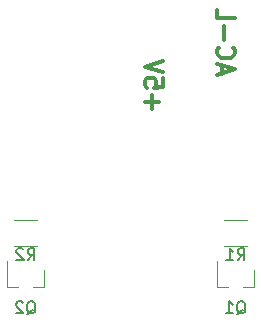
<source format=gbo>
G04 #@! TF.FileFunction,Legend,Bot*
%FSLAX46Y46*%
G04 Gerber Fmt 4.6, Leading zero omitted, Abs format (unit mm)*
G04 Created by KiCad (PCBNEW 4.0.7) date Monday 12 March 2018 21:09:51*
%MOMM*%
%LPD*%
G01*
G04 APERTURE LIST*
%ADD10C,0.100000*%
%ADD11C,0.300000*%
%ADD12C,0.120000*%
%ADD13C,0.150000*%
G04 APERTURE END LIST*
D10*
D11*
X240557857Y-127912571D02*
X240557857Y-126769714D01*
X239986429Y-127341143D02*
X241129286Y-127341143D01*
X241486429Y-125341142D02*
X241486429Y-126055428D01*
X240772143Y-126126857D01*
X240843571Y-126055428D01*
X240915000Y-125912571D01*
X240915000Y-125555428D01*
X240843571Y-125412571D01*
X240772143Y-125341142D01*
X240629286Y-125269714D01*
X240272143Y-125269714D01*
X240129286Y-125341142D01*
X240057857Y-125412571D01*
X239986429Y-125555428D01*
X239986429Y-125912571D01*
X240057857Y-126055428D01*
X240129286Y-126126857D01*
X241486429Y-124841143D02*
X239986429Y-124341143D01*
X241486429Y-123841143D01*
X246511000Y-124943857D02*
X246511000Y-124229571D01*
X246082429Y-125086714D02*
X247582429Y-124586714D01*
X246082429Y-124086714D01*
X246225286Y-122729571D02*
X246153857Y-122801000D01*
X246082429Y-123015286D01*
X246082429Y-123158143D01*
X246153857Y-123372428D01*
X246296714Y-123515286D01*
X246439571Y-123586714D01*
X246725286Y-123658143D01*
X246939571Y-123658143D01*
X247225286Y-123586714D01*
X247368143Y-123515286D01*
X247511000Y-123372428D01*
X247582429Y-123158143D01*
X247582429Y-123015286D01*
X247511000Y-122801000D01*
X247439571Y-122729571D01*
X246653857Y-122086714D02*
X246653857Y-120943857D01*
X246082429Y-119515285D02*
X246082429Y-120229571D01*
X247582429Y-120229571D01*
D12*
X230870000Y-137360000D02*
X228870000Y-137360000D01*
X228870000Y-139500000D02*
X230870000Y-139500000D01*
X249230000Y-143000000D02*
X248300000Y-143000000D01*
X246070000Y-143000000D02*
X247000000Y-143000000D01*
X246070000Y-143000000D02*
X246070000Y-140840000D01*
X249230000Y-143000000D02*
X249230000Y-141540000D01*
X231450000Y-143000000D02*
X230520000Y-143000000D01*
X228290000Y-143000000D02*
X229220000Y-143000000D01*
X228290000Y-143000000D02*
X228290000Y-140840000D01*
X231450000Y-143000000D02*
X231450000Y-141540000D01*
X248650000Y-137360000D02*
X246650000Y-137360000D01*
X246650000Y-139500000D02*
X248650000Y-139500000D01*
D13*
X230036666Y-140732381D02*
X230370000Y-140256190D01*
X230608095Y-140732381D02*
X230608095Y-139732381D01*
X230227142Y-139732381D01*
X230131904Y-139780000D01*
X230084285Y-139827619D01*
X230036666Y-139922857D01*
X230036666Y-140065714D01*
X230084285Y-140160952D01*
X230131904Y-140208571D01*
X230227142Y-140256190D01*
X230608095Y-140256190D01*
X229655714Y-139827619D02*
X229608095Y-139780000D01*
X229512857Y-139732381D01*
X229274761Y-139732381D01*
X229179523Y-139780000D01*
X229131904Y-139827619D01*
X229084285Y-139922857D01*
X229084285Y-140018095D01*
X229131904Y-140160952D01*
X229703333Y-140732381D01*
X229084285Y-140732381D01*
X247745238Y-145327619D02*
X247840476Y-145280000D01*
X247935714Y-145184762D01*
X248078571Y-145041905D01*
X248173810Y-144994286D01*
X248269048Y-144994286D01*
X248221429Y-145232381D02*
X248316667Y-145184762D01*
X248411905Y-145089524D01*
X248459524Y-144899048D01*
X248459524Y-144565714D01*
X248411905Y-144375238D01*
X248316667Y-144280000D01*
X248221429Y-144232381D01*
X248030952Y-144232381D01*
X247935714Y-144280000D01*
X247840476Y-144375238D01*
X247792857Y-144565714D01*
X247792857Y-144899048D01*
X247840476Y-145089524D01*
X247935714Y-145184762D01*
X248030952Y-145232381D01*
X248221429Y-145232381D01*
X246840476Y-145232381D02*
X247411905Y-145232381D01*
X247126191Y-145232381D02*
X247126191Y-144232381D01*
X247221429Y-144375238D01*
X247316667Y-144470476D01*
X247411905Y-144518095D01*
X229965238Y-145327619D02*
X230060476Y-145280000D01*
X230155714Y-145184762D01*
X230298571Y-145041905D01*
X230393810Y-144994286D01*
X230489048Y-144994286D01*
X230441429Y-145232381D02*
X230536667Y-145184762D01*
X230631905Y-145089524D01*
X230679524Y-144899048D01*
X230679524Y-144565714D01*
X230631905Y-144375238D01*
X230536667Y-144280000D01*
X230441429Y-144232381D01*
X230250952Y-144232381D01*
X230155714Y-144280000D01*
X230060476Y-144375238D01*
X230012857Y-144565714D01*
X230012857Y-144899048D01*
X230060476Y-145089524D01*
X230155714Y-145184762D01*
X230250952Y-145232381D01*
X230441429Y-145232381D01*
X229631905Y-144327619D02*
X229584286Y-144280000D01*
X229489048Y-144232381D01*
X229250952Y-144232381D01*
X229155714Y-144280000D01*
X229108095Y-144327619D01*
X229060476Y-144422857D01*
X229060476Y-144518095D01*
X229108095Y-144660952D01*
X229679524Y-145232381D01*
X229060476Y-145232381D01*
X247816666Y-140732381D02*
X248150000Y-140256190D01*
X248388095Y-140732381D02*
X248388095Y-139732381D01*
X248007142Y-139732381D01*
X247911904Y-139780000D01*
X247864285Y-139827619D01*
X247816666Y-139922857D01*
X247816666Y-140065714D01*
X247864285Y-140160952D01*
X247911904Y-140208571D01*
X248007142Y-140256190D01*
X248388095Y-140256190D01*
X246864285Y-140732381D02*
X247435714Y-140732381D01*
X247150000Y-140732381D02*
X247150000Y-139732381D01*
X247245238Y-139875238D01*
X247340476Y-139970476D01*
X247435714Y-140018095D01*
M02*

</source>
